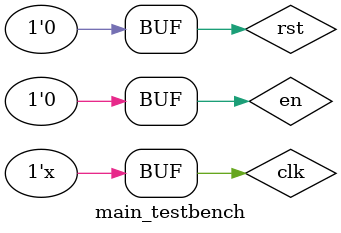
<source format=v>
`timescale 1ns / 1ns

module main_testbench();
    reg clk = 0;    
    reg en = 0;
    reg rst = 0;
    
    always #(1) begin
        clk <= ~clk;
    end
    
    initial begin
    
    end
    
endmodule

</source>
